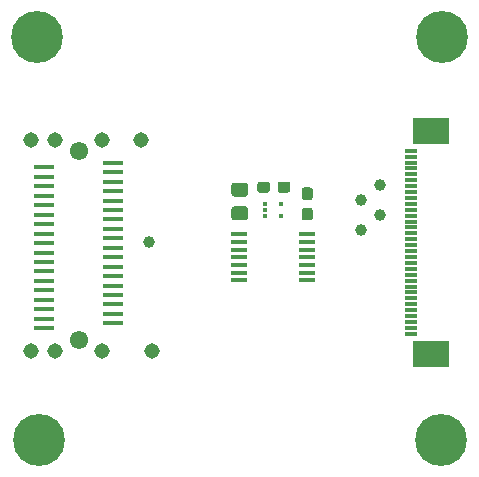
<source format=gbr>
%TF.GenerationSoftware,KiCad,Pcbnew,5.1.10-88a1d61d58~88~ubuntu18.04.1*%
%TF.CreationDate,2021-08-07T17:00:25+07:00*%
%TF.ProjectId,MX8Mx_EVK_MIPI_CSI-TEKNIQUE_OCLEA_OS08A20-ADAPTER,4d58384d-785f-4455-964b-5f4d4950495f,rev?*%
%TF.SameCoordinates,Original*%
%TF.FileFunction,Soldermask,Top*%
%TF.FilePolarity,Negative*%
%FSLAX46Y46*%
G04 Gerber Fmt 4.6, Leading zero omitted, Abs format (unit mm)*
G04 Created by KiCad (PCBNEW 5.1.10-88a1d61d58~88~ubuntu18.04.1) date 2021-08-07 17:00:25*
%MOMM*%
%LPD*%
G01*
G04 APERTURE LIST*
%ADD10R,3.100000X2.300000*%
%ADD11R,1.100000X0.300000*%
%ADD12C,1.000000*%
%ADD13R,1.358900X0.355600*%
%ADD14R,0.450000X0.300000*%
%ADD15C,4.400000*%
%ADD16C,1.550000*%
%ADD17R,1.800000X0.350000*%
%ADD18C,1.308000*%
G04 APERTURE END LIST*
D10*
%TO.C,J2*%
X138703040Y-87105080D03*
X138703040Y-105945080D03*
D11*
X137003040Y-88775080D03*
X137003040Y-89275080D03*
X137003040Y-89775080D03*
X137003040Y-90275080D03*
X137003040Y-90775080D03*
X137003040Y-91275080D03*
X137003040Y-91775080D03*
X137003040Y-92275080D03*
X137003040Y-92775080D03*
X137003040Y-93275080D03*
X137003040Y-93775080D03*
X137003040Y-94275080D03*
X137003040Y-94775080D03*
X137003040Y-95275080D03*
X137003040Y-95775080D03*
X137003040Y-96275080D03*
X137003040Y-96775080D03*
X137003040Y-97275080D03*
X137003040Y-97775080D03*
X137003040Y-98275080D03*
X137003040Y-98775080D03*
X137003040Y-99275080D03*
X137003040Y-99775080D03*
X137003040Y-100275080D03*
X137003040Y-100775080D03*
X137003040Y-101275080D03*
X137003040Y-101775080D03*
X137003040Y-102275080D03*
X137003040Y-102775080D03*
X137003040Y-103275080D03*
X137003040Y-103775080D03*
X137003040Y-104275080D03*
%TD*%
D12*
%TO.C,TP5*%
X134371080Y-91638120D03*
%TD*%
%TO.C,TP4*%
X132765800Y-92964000D03*
%TD*%
%TO.C,TP3*%
X134391400Y-94188280D03*
%TD*%
%TO.C,TP2*%
X132765800Y-95453200D03*
%TD*%
%TO.C,TP1*%
X114846100Y-96507300D03*
%TD*%
D13*
%TO.C,U1*%
X128238250Y-95840001D03*
X128238250Y-96490000D03*
X128238250Y-97140001D03*
X128238250Y-97790000D03*
X128238250Y-98440001D03*
X128238250Y-99090000D03*
X128238250Y-99740001D03*
X122485150Y-99739999D03*
X122485150Y-99090000D03*
X122485150Y-98439999D03*
X122485150Y-97790000D03*
X122485150Y-97140001D03*
X122485150Y-96490000D03*
X122485150Y-95839999D03*
%TD*%
%TO.C,C2*%
G36*
G01*
X128482100Y-92957600D02*
X128007100Y-92957600D01*
G75*
G02*
X127769600Y-92720100I0J237500D01*
G01*
X127769600Y-92120100D01*
G75*
G02*
X128007100Y-91882600I237500J0D01*
G01*
X128482100Y-91882600D01*
G75*
G02*
X128719600Y-92120100I0J-237500D01*
G01*
X128719600Y-92720100D01*
G75*
G02*
X128482100Y-92957600I-237500J0D01*
G01*
G37*
G36*
G01*
X128482100Y-94682600D02*
X128007100Y-94682600D01*
G75*
G02*
X127769600Y-94445100I0J237500D01*
G01*
X127769600Y-93845100D01*
G75*
G02*
X128007100Y-93607600I237500J0D01*
G01*
X128482100Y-93607600D01*
G75*
G02*
X128719600Y-93845100I0J-237500D01*
G01*
X128719600Y-94445100D01*
G75*
G02*
X128482100Y-94682600I-237500J0D01*
G01*
G37*
%TD*%
%TO.C,C1*%
G36*
G01*
X125079880Y-91634300D02*
X125079880Y-92109300D01*
G75*
G02*
X124842380Y-92346800I-237500J0D01*
G01*
X124242380Y-92346800D01*
G75*
G02*
X124004880Y-92109300I0J237500D01*
G01*
X124004880Y-91634300D01*
G75*
G02*
X124242380Y-91396800I237500J0D01*
G01*
X124842380Y-91396800D01*
G75*
G02*
X125079880Y-91634300I0J-237500D01*
G01*
G37*
G36*
G01*
X126804880Y-91634300D02*
X126804880Y-92109300D01*
G75*
G02*
X126567380Y-92346800I-237500J0D01*
G01*
X125967380Y-92346800D01*
G75*
G02*
X125729880Y-92109300I0J237500D01*
G01*
X125729880Y-91634300D01*
G75*
G02*
X125967380Y-91396800I237500J0D01*
G01*
X126567380Y-91396800D01*
G75*
G02*
X126804880Y-91634300I0J-237500D01*
G01*
G37*
%TD*%
D14*
%TO.C,U2*%
X126036300Y-94314900D03*
X124636300Y-93814900D03*
X126036300Y-93314900D03*
X124636300Y-94314900D03*
X124636300Y-93314900D03*
%TD*%
%TO.C,R1*%
G36*
G01*
X122069439Y-93471440D02*
X122969441Y-93471440D01*
G75*
G02*
X123219440Y-93721439I0J-249999D01*
G01*
X123219440Y-94421441D01*
G75*
G02*
X122969441Y-94671440I-249999J0D01*
G01*
X122069439Y-94671440D01*
G75*
G02*
X121819440Y-94421441I0J249999D01*
G01*
X121819440Y-93721439D01*
G75*
G02*
X122069439Y-93471440I249999J0D01*
G01*
G37*
G36*
G01*
X122069439Y-91471440D02*
X122969441Y-91471440D01*
G75*
G02*
X123219440Y-91721439I0J-249999D01*
G01*
X123219440Y-92421441D01*
G75*
G02*
X122969441Y-92671440I-249999J0D01*
G01*
X122069439Y-92671440D01*
G75*
G02*
X121819440Y-92421441I0J249999D01*
G01*
X121819440Y-91721439D01*
G75*
G02*
X122069439Y-91471440I249999J0D01*
G01*
G37*
%TD*%
D15*
%TO.C,H4*%
X139646660Y-79181960D03*
%TD*%
%TO.C,H3*%
X139552680Y-113235740D03*
%TD*%
%TO.C,H2*%
X105514140Y-113238280D03*
%TD*%
%TO.C,H1*%
X105389680Y-79164180D03*
%TD*%
D16*
%TO.C,J1*%
X108879400Y-88793500D03*
X108879400Y-104793500D03*
D17*
X111789400Y-89793500D03*
X111789400Y-90593500D03*
X111789400Y-91393500D03*
X111789400Y-92193500D03*
X111789400Y-92993500D03*
X111789400Y-93793500D03*
X111789400Y-94593500D03*
X111789400Y-95393500D03*
X111789400Y-96193500D03*
X111789400Y-96993500D03*
X111789400Y-97793500D03*
X111789400Y-98593500D03*
X111789400Y-99393500D03*
X111789400Y-100193500D03*
X111789400Y-100993500D03*
X111789400Y-101793500D03*
X111789400Y-102593500D03*
X111789400Y-103393500D03*
X105969400Y-90193500D03*
X105969400Y-90993500D03*
X105969400Y-91793500D03*
X105969400Y-92593500D03*
X105969400Y-93393500D03*
X105969400Y-94193500D03*
X105969400Y-94993500D03*
X105969400Y-95793500D03*
X105969400Y-96593500D03*
X105969400Y-97393500D03*
X105969400Y-98193500D03*
X105969400Y-98993500D03*
X105969400Y-99793500D03*
X105969400Y-100593500D03*
X105969400Y-101393500D03*
X105969400Y-102193500D03*
X105969400Y-102993500D03*
X105969400Y-103793500D03*
D18*
X114119400Y-87893500D03*
X110879400Y-87893500D03*
X106879400Y-87893500D03*
X104849400Y-87893500D03*
X115119400Y-105693500D03*
X110879400Y-105693500D03*
X106879400Y-105693500D03*
X104849400Y-105693500D03*
%TD*%
M02*

</source>
